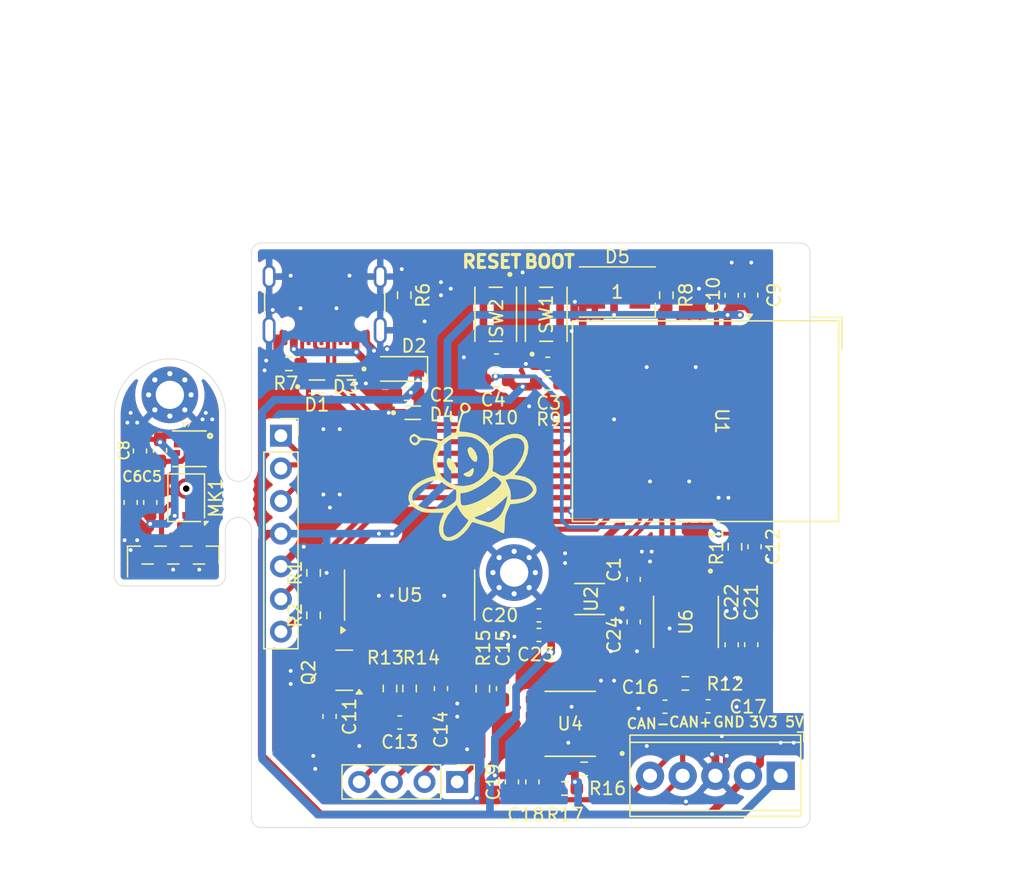
<source format=kicad_pcb>
(kicad_pcb (version 20240108) (generator "pcbnew") (generator_version "8.0")
  (layers (0 "F.Cu" signal) (31 "B.Cu" signal) (34 "B.Paste" user) (35 "F.Paste" user) (36 "B.SilkS" user "B.Silkscreen") (37 "F.SilkS" user "F.Silkscreen") (38 "B.Mask" user) (39 "F.Mask" user) (44 "Edge.Cuts" user))
  (net 0 "")
  (net 1 "VCC_5V")
  (net 2 "GND_OUT")
  (net 3 "GPIO0")
  (net 4 "CHIP_PU")
  (net 5 "ESP_3V3")
  (net 6 "Net-(J4-Pin_4)")
  (net 7 "Net-(J4-Pin_3)")
  (net 8 "Net-(U5-VBG)")
  (net 9 "Net-(J4-Pin_2)")
  (net 10 "Net-(J4-Pin_1)")
  (net 11 "CAN-")
  (net 12 "CAN+")
  (net 13 "D+")
  (net 14 "Net-(D2-A)")
  (net 15 "D-")
  (net 16 "Net-(D5-DIN)")
  (net 18 "Net-(J1-CC1)")
  (net 21 "Net-(J1-CC2)")
  (net 22 "I2S_WS")
  (net 23 "I2S_SCK")
  (net 24 "I2S_SD")
  (net 25 "SCL_ESP")
  (net 26 "SDA_ESP")
  (net 27 "I2C_SCL_LINE")
  (net 28 "I2C_SDA_LINE")
  (net 29 "RGB")
  (net 30 "I2C_SDA")
  (net 32 "HX711_DO")
  (net 33 "TX_CAN")
  (net 38 "RX_CAN")
  (net 48 "HX711_SCK")
  (net 49 "I2C_SCK")
  (net 54 "Net-(Q2-B)")
  (net 55 "Net-(U5-INA-)")
  (net 56 "Net-(U5-VFB)")
  (footprint "Connector_PinSocket_2.54mm:PinSocket_1x07_P2.54mm_Vertical" (layer "F.Cu") (at 34.798 52.324)
    (property "Reference" "J3" (hide yes))
    (property "Value" "Conn_01x07_Socket")
  )
  (footprint "Capacitor_SMD:C_0603_1608Metric_Pad1.08x0.95mm_HandSolder" (layer "F.Cu") (at 68.026 73.3655)
    (property "Reference" "C17")
    (property "Value" "30pF")
  )
  (footprint "Capacitor_SMD:C_0603_1608Metric_Pad1.08x0.95mm_HandSolder" (layer "F.Cu") (at 62.23 63.5 -90)
    (property "Reference" "C1")
    (property "Value" "100nF")
  )
  (footprint "Capacitor_SMD:C_0603_1608Metric_Pad1.08x0.95mm_HandSolder" (layer "F.Cu") (at 52.07 71.9975 -90)
    (property "Reference" "C15")
    (property "Value" "u1F")
  )
  (footprint "Capacitor_SMD:C_0603_1608Metric_Pad1.08x0.95mm_HandSolder" (layer "F.Cu") (at 55.55 46.736 180)
    (property "Reference" "C3")
    (property "Value" "100nF")
  )
  (footprint "Capacitor_SMD:C_0603_1608Metric_Pad1.08x0.95mm_HandSolder" (layer "F.Cu") (at 52.762 79.248 -90)
    (property "Reference" "C19")
    (property "Value" "100nF")
  )
  (footprint "Resistor_SMD:R_0603_1608Metric_Pad0.98x0.95mm_HandSolder" (layer "F.Cu") (at 44.39 41.4 90)
    (property "Reference" "R6")
    (property "Value" "5k1")
  )
  (footprint "Capacitor_SMD:C_0603_1608Metric_Pad1.08x0.95mm_HandSolder" (layer "F.Cu") (at 23.114 57.5121 -90)
    (property "Reference" "C6")
    (property "Value" "1uF")
  )
  (footprint "Connector_USB:USB_C_Receptacle_GCT_USB4105-xx-A_16P_TopMnt_Horizontal" (layer "F.Cu") (at 38.202 41.024 180)
    (property "Reference" "J1" (hide yes))
    (property "Value" "USB_C_Receptacle_USB2.0_16P")
  )
  (footprint "Capacitor_SMD:C_0603_1608Metric_Pad1.08x0.95mm_HandSolder" (layer "F.Cu") (at 51.562 46.482)
    (property "Reference" "C4")
    (property "Value" "100nF")
  )
  (footprint "Capacitor_SMD:C_0603_1608Metric_Pad1.08x0.95mm_HandSolder" (layer "F.Cu") (at 23.838 53.508 -90)
    (property "Reference" "C8")
    (property "Value" "1uF")
  )
  (footprint "Capacitor_SMD:C_0603_1608Metric_Pad1.08x0.95mm_HandSolder" (layer "F.Cu") (at 71.374 68.58 -90)
    (property "Reference" "C21")
    (property "Value" "100nF")
  )
  (footprint "Package_TO_SOT_SMD:SOT-23" (layer "F.Cu") (at 39.725 70.562 180)
    (property "Reference" "Q2")
    (property "Value" "PNP")
  )
  (footprint "TCA9406DCUR:SOP50P310X90-8N" (layer "F.Cu") (at 58.801 65.024 180)
    (property "Reference" "U2")
    (property "Value" "TCA9406DC")
  )
  (footprint "" (layer "F.Cu") (at 32.258 58.42 90)
    (property "Reference" "")
    (property "Value" "")
  )
  (footprint "TerminalBlock_Phoenix:TerminalBlock_Phoenix_MPT-0,5-5-2.54_1x05_P2.54mm_Horizontal" (layer "F.Cu") (at 73.66 78.77 180)
    (property "Reference" "J2" (hide yes))
    (property "Value" "Conn_01x05_Pin")
  )
  (footprint "" (layer "F.Cu") (at 30.734 56.884 90)
    (property "Reference" "")
    (property "Value" "")
  )
  (footprint "Resistor_SMD:R_0603_1608Metric_Pad0.98x0.95mm_HandSolder" (layer "F.Cu") (at 66.248 71.5875 180)
    (property "Reference" "R12")
    (property "Value" "120")
  )
  (footprint "Capacitor_SMD:C_0603_1608Metric_Pad1.08x0.95mm_HandSolder" (layer "F.Cu") (at 54.356 79.248 -90)
    (property "Reference" "C18")
    (property "Value" "1uf")
  )
  (footprint "Connector_PinHeader_2.54mm:PinHeader_1x04_P2.54mm_Vertical" (layer "F.Cu") (at 48.504 79.248 -90)
    (property "Reference" "J4" (hide yes))
    (property "Value" "Conn_01x04_Socket")
  )
  (footprint "Sensor_Audio:InvenSense_ICS-43434-6_3.5x2.65mm" (layer "F.Cu") (at 27.432 57.15 180)
    (property "Reference" "MK1")
    (property "Value" "ICS-43434")
  )
  (footprint "Resistor_SMD:R_0603_1608Metric_Pad0.98x0.95mm_HandSolder" (layer "F.Cu") (at 56.896 79.756)
    (property "Reference" "R17")
    (property "Value" "R")
  )
  (footprint "Connector_PinHeader_1.00mm:PinHeader_1x07_P1.00mm_Vertical_SMD_Pin1Left" (layer "F.Cu") (at 26.432 61.609 90)
    (property "Reference" "J5" (hide yes))
    (property "Value" "Conn_01x07_Socket")
  )
  (footprint "" (layer "F.Cu") (at 30.734 58.42 90)
    (property "Reference" "")
    (property "Value" "")
  )
  (footprint "Capacitor_SMD:C_0603_1608Metric_Pad1.08x0.95mm_HandSolder" (layer "F.Cu") (at 64.66 73.4 180)
    (property "Reference" "C16")
    (property "Value" "30pF")
  )
  (footprint "P82B715D:SOIC127P599X175-8N" (layer "F.Cu") (at 57.295 74.73 180)
    (property "Reference" "U4")
    (property "Value" "P82B715D")
  )
  (footprint "Resistor_SMD:R_0603_1608Metric_Pad0.98x0.95mm_HandSolder" (layer "F.Cu") (at 35.42 46.736 180)
    (property "Reference" "R7")
    (property "Value" "5k1")
  )
  (footprint "PTS810_SJM_250_SMTR_LFS:SW_PTS810_SJM_250_SMTR_LFS" (layer "F.Cu") (at 55.431 42.883 90)
    (property "Reference" "SW1")
    (property "Value" "PTS810_SJM_250_SMTR_LFS")
  )
  (footprint "Resistor_SMD:R_0603_1608Metric_Pad0.98x0.95mm_HandSolder" (layer "F.Cu") (at 37.338 62.992 90)
    (property "Reference" "R1")
    (property "Value" "4k7")
  )
  (footprint "Package_SO:SOP-16_3.9x9.9mm_P1.27mm" (layer "F.Cu") (at 44.805 64.72 90)
    (property "Reference" "U5")
    (property "Value" "HX711")
  )
  (footprint "RF_Module:ESP32-S2-MINI-1" (layer "F.Cu") (at 67.818 51.196 -90)
    (property "Reference" "U1")
    (property "Value" "ESP32-S3-MINI-1")
  )
  (footprint "Capacitor_SMD:C_0603_1608Metric_Pad1.08x0.95mm_HandSolder" (layer "F.Cu") (at 47.244 71.99 -90)
    (property "Reference" "C14")
    (property "Value" "1uF")
  )
  (footprint "" (layer "F.Cu") (at 30.734 57.658 90)
    (property "Reference" "")
    (property "Value" "")
  )
  (footprint "LOGO" (layer "F.Cu") (at 49.657 55.118)
    (property "Reference" "G***" (hide yes))
    (property "Value" "LOGO" (hide yes))
  )
  (footprint "Capacitor_SMD:C_0603_1608Metric_Pad1.08x0.95mm_HandSolder" (layer "F.Cu") (at 44.552596 49.06638 180)
    (property "Reference" "C2")
    (property "Value" "10uf")
  )
  (footprint "Resistor_SMD:R_0603_1608Metric_Pad0.98x0.95mm_HandSolder" (layer "F.Cu") (at 70.104 60.96 90)
    (property "Reference" "R11")
    (property "Value" "10k")
  )
  (footprint "Resistor_SMD:R_0603_1608Metric_Pad0.98x0.95mm_HandSolder" (layer "F.Cu") (at 64.77 41.402 90)
    (property "Reference" "R8")
    (property "Value" "0R")
  )
  (footprint "Capacitor_SMD:C_0603_1608Metric_Pad1.08x0.95mm_HandSolder" (layer "F.Cu") (at 44.043 74.626)
    (property "Reference" "C13")
    (property "Value" "1uF")
  )
  (footprint "MountingHole:MountingHole_2.2mm_M2_Pad_Via" (layer "F.Cu") (at 26.162 49.149)
    (property "Reference" "H2" (hide yes))
    (property "Value" "MountingHole_Pad_MP")
  )
  (footprint "SN65HVD230:SOIC127P599X175-8N" (layer "F.Cu") (at 66.294 66.802 -90)
    (property "Reference" "U6")
    (property "Value" "SN65HVD230")
  )
  (footprint "" (layer "F.Cu") (at 32.234 56.134 90)
    (property "Reference" "")
    (property "Value" "")
  )
  (footprint "Diode_SMD:Nexperia_CFP3_SOD-123W" (layer "F.Cu") (at 43.942 47.13 180)
    (property "Reference" "D2")
    (property "Value" "1N5819")
  )
  (footprint "Capacitor_SMD:C_0603_1608Metric_Pad1.08x0.95mm_HandSolder" (layer "F.Cu") (at 71.374 41.402 90)
    (property "Reference" "C9")
    (property "Value" "100nF")
  )
  (footprint "LESD5D5.0CT1G:TVS_LESD5D5.0CT1G" (layer "F.Cu") (at 39.762553 47.133701 180)
    (property "Reference" "D3")
    (property "Value" "LESD5D5.0CT1G")
  )
  (footprint "Resistor_SMD:R_0603_1608Metric_Pad0.98x0.95mm_HandSolder" (layer "F.Cu") (at 37.338 66.294 90)
    (property "Reference" "R2")
    (property "Value" "4k7")
  )
  (footprint "Capacitor_SMD:C_0603_1608Metric_Pad1.08x0.95mm_HandSolder" (layer "F.Cu") (at 69.85 68.58 -90)
    (property "Reference" "C22")
    (property "Value" "1uF")
  )
  (footprint "Resistor_SMD:R_0603_1608Metric_Pad0.98x0.95mm_HandSolder" (layer "F.Cu") (at 50.502 71.9975 90)
    (property "Reference" "R15")
    (property "Value" "1k")
  )
  (footprint "Resistor_SMD:R_0603_1608Metric_Pad0.98x0.95mm_HandSolder" (layer "F.Cu") (at 43.281 71.9825 90)
    (property "Reference" "R13")
    (property "Value" "20k")
  )
  (footprint "Capacitor_SMD:C_0603_1608Metric_Pad1.08x0.95mm_HandSolder" (layer "F.Cu") (at 24.638 57.5121 -90)
    (property "Reference" "C5")
    (property "Value" "100nF")
  )
  (footprint "Capacitor_SMD:C_0603_1608Metric_Pad1.08x0.95mm_HandSolder" (layer "F.Cu") (at 54.864 66.294 180)
    (property "Reference" "C20")
    (property "Value" "u1F")
  )
  (footprint "" (layer "F.Cu") (at 32.234 57.634 90)
    (property "Reference" "")
    (property "Value" "")
  )
  (footprint "Resistor_SMD:R_0603_1608Metric_Pad0.98x0.95mm_HandSolder" (layer "F.Cu") (at 55.55 48.26)
    (property "Reference" "R9")
    (property "Value" "10k")
  )
  (footprint "Resistor_SMD:R_0603_1608Metric_Pad0.98x0.95mm_HandSolder" (layer "F.Cu") (at 44.805 71.9825 90)
    (property "Reference" "R14")
    (property "Value" "8k2")
  )
  (footprint "Capacitor_SMD:C_0603_1608Metric_Pad1.08x0.95mm_HandSolder" (layer "F.Cu") (at 38.582 74.158 -90)
    (property "Reference" "C11")
    (property "Value" "1uF")
  )
  (footprint "PTS810_SJM_250_SMTR_LFS:SW_PTS810_SJM_250_SMTR_LFS" (layer "F.Cu") (at 51.503 42.883 -90)
    (property "Reference" "SW2")
    (property "Value" "PTS810_SJM_250_SMTR_LFS")
  )
  (footprint "" (layer "F.Cu") (at 32.234 56.884 90)
    (property "Reference" "")
    (property "Value" "")
  )
  (footprint "" (layer "F.Cu") (at 30.734 56.134 90)
    (property "Reference" "")
    (property "Value" "")
  )
  (footprint "LED_SMD:LED_SK6812MINI_PLCC4_3.5x3.5mm_P1.75mm" (layer "F.Cu") (at 60.96 41.148)
    (property "Reference" "D5")
    (property "Value" "SK6812MINI")
  )
  (footprint "Capacitor_SMD:C_0603_1608Metric_Pad1.08x0.95mm_HandSolder" (layer "F.Cu") (at 25.4 53.467 -90)
    (property "Reference" "C7" (hide yes))
    (property "Value" "100nF")
  )
  (footprint "LESD5D5.0CT1G:TVS_LESD5D5.0CT1G" (layer "F.Cu") (at 45.048938 50.539396)
    (property "Reference" "D4")
    (property "Value" "LESD5D5.0CT1G")
  )
  (footprint "BME280:PSON65P250X250X100-8N" (layer "F.Cu") (at 27.686 53.34)
    (property "Reference" "U7")
    (property "Value" "BME280")
  )
  (footprint "Resistor_SMD:R_0603_1608Metric_Pad0.98x0.95mm_HandSolder" (layer "F.Cu") (at 58.3775 78.232 180)
    (property "Reference" "R16")
    (property "Value" "R")
  )
  (footprint "Capacitor_SMD:C_0603_1608Metric_Pad1.08x0.95mm_HandSolder" (layer "F.Cu") (at 69.85 41.402 90)
    (property "Reference" "C10")
    (property "Value" "10uf")
  )
  (footprint "Capacitor_SMD:C_0603_1608Metric_Pad1.08x0.95mm_HandSolder" (layer "F.Cu") (at 54.864 67.818)
    (property "Reference" "C23")
    (property "Value" "100nF")
  )
  (footprint "Capacitor_SMD:C_0603_1608Metric_Pad1.08x0.95mm_HandSolder" (layer "F.Cu") (at 62.23 66.802 -90)
    (property "Reference" "C24")
    (property "Value" "u1F")
  )
  (footprint "MountingHole:MountingHole_2.2mm_M2_Pad_Via" (layer "F.Cu") (at 52.935274 62.968274)
    (property "Reference" "H1" (hide yes))
    (property "Value" "MountingHole_Pad_MP")
  )
  (footprint "Resistor_SMD:R_0603_1608Metric_Pad0.98x0.95mm_HandSolder" (layer "F.Cu") (at 51.562 48.006 180)
    (property "Reference" "R10")
    (property "Value" "10k")
  )
  (footprint "Capacitor_SMD:C_0603_1608Metric_Pad1.08x0.95mm_HandSolder" (layer "F.Cu") (at 71.628 60.96 -90)
    (property "Reference" "C12")
    (property "Value" "1uf")
  )
  (footprint "LESD5D5.0CT1G:TVS_LESD5D5.0CT1G" (layer "F.Cu") (at 37.6 48.514)
    (property "Reference" "D1")
    (property "Value" "LESD5D5.0CT1G")
  )
  (gr_line (start 32.512 82.042) (end 32.512 59.69) (stroke (width 0.05)) (layer "Edge.Cuts"))
  (gr_line (start 22.606 64.008) (end 29.718 64.008) (stroke (width 0.05)) (layer "Edge.Cuts"))
  (gr_arc (start 30.48 59.69) (mid 31.496 58.674) (end 32.512 59.69) (stroke (width 0.05)) (layer "Edge.Cuts"))
  (gr_line (start 32.512 54.864) (end 32.512 38.1) (stroke (width 0.05)) (layer "Edge.Cuts"))
  (gr_arc (start 75.946 82.042) (mid 75.722812 82.580812) (end 75.184 82.804) (stroke (width 0.05)) (layer "Edge.Cuts"))
  (gr_line (start 75.184 82.804) (end 33.274 82.804) (stroke (width 0.05)) (layer "Edge.Cuts"))
  (gr_line (start 30.48 59.69) (end 30.48 63.246) (stroke (width 0.05)) (layer "Edge.Cuts"))
  (gr_arc (start 21.844 50.673) (mid 26.162 46.355) (end 30.48 50.673) (stroke (width 0.05)) (layer "Edge.Cuts"))
  (gr_arc (start 22.606 64.008) (mid 22.067188 63.784812) (end 21.844 63.246) (stroke (width 0.05)) (layer "Edge.Cuts"))
  (gr_arc (start 75.184 37.338) (mid 75.722812 37.561188) (end 75.946 38.1) (stroke (width 0.05)) (layer "Edge.Cuts"))
  (gr_arc (start 32.512 54.864) (mid 31.496 55.88) (end 30.48 54.864) (stroke (width 0.05)) (layer "Edge.Cuts"))
  (gr_arc (start 33.274 82.804) (mid 32.735188 82.580812) (end 32.512 82.042) (stroke (width 0.05)) (layer "Edge.Cuts"))
  (gr_line (start 75.946 38.1) (end 75.946 82.042) (stroke (width 0.05)) (layer "Edge.Cuts"))
  (gr_line (start 30.48 54.864) (end 30.48 50.673) (stroke (width 0.05)) (layer "Edge.Cuts"))
  (gr_line (start 33.274 37.338) (end 75.184 37.338) (stroke (width 0.05)) (layer "Edge.Cuts"))
  (gr_arc (start 32.512 38.1) (mid 32.735188 37.561188) (end 33.274 37.338) (stroke (width 0.05)) (layer "Edge.Cuts"))
  (gr_arc (start 30.48 63.246) (mid 30.256812 63.784812) (end 29.718 64.008) (stroke (width 0.05)) (layer "Edge.Cuts"))
  (gr_line (start 21.844 50.673) (end 21.844 63.246) (stroke (width 0.05)) (layer "Edge.Cuts"))
  (gr_text "CAN+" (at 64.897 75.057 0) (layer "F.SilkS") (effects (font (size 0.8 0.8) (thickness 0.15) (bold yes)) (justify left bottom)))
  (gr_text "3V3" (at 71.12 75.057 0) (layer "F.SilkS") (effects (font (size 0.8 0.8) (thickness 0.15) (bold yes)) (justify left bottom)))
  (gr_text "BOOT" (at 53.594 39.37 0) (layer "F.SilkS") (effects (font (size 1 1) (thickness 0.25) (bold yes)) (justify left bottom)))
  (gr_text "GND" (at 68.326 75.057 0) (layer "F.SilkS") (effects (font (size 0.8 0.8) (thickness 0.15) (bold yes)) (justify left bottom)))
  (gr_text "CAN-" (at 61.595 75.184 0) (layer "F.SilkS") (effects (font (size 0.8 0.8) (thickness 0.15) (bold yes)) (justify left bottom)))
  (gr_text "RESET" (at 48.768 39.37 0) (layer "F.SilkS") (effects (font (size 1 1) (thickness 0.25) (bold yes)) (justify left bottom)))
  (gr_text "5V" (at 73.914 75.057 0) (layer "F.SilkS") (effects (font (size 0.8 0.8) (thickness 0.15) (bold yes)) (justify left bottom)))
  (segment (start 44.903 48.967) (end 45.315716 48.967) (width 0.6) (layer "F.Cu") (net 1))
  (segment (start 45.315716 48.967) (end 45.415096 49.06638) (width 0.6) (layer "F.Cu") (net 1))
  (segment (start 55.8165 69.1515) (end 55.8165 66.384) (width 0.6) (layer "F.Cu") (net 1))
  (segment (start 57.658 78.425) (end 57.465 78.232) (width 0.6) (layer "F.Cu") (net 1))
  (segment (start 51.435 78.74) (end 52.4075 78.74) (width 0.6) (layer "F.Cu") (net 1))
  (segment (start 45.466 49.015476) (end 45.415096 49.06638) (width 0.6) (layer "F.Cu") (net 1))
  (segment (start 45.466 48.006) (end 45.466 49.015476) (width 0.6) (layer "F.Cu") (net 1))
  (segment (start 57.658 79.6055) (end 57.8085 79.756) (width 0.6) (layer "F.Cu") (net 1))
  (segment (start 45.466 48.006) (end 45.466 47.254) (width 0.6) (layer "F.Cu") (net 1))
  (segment (start 54.356 77.104) (end 54.825 76.635) (width 0.6) (layer "F.Cu") (net 1))
  (segment (start 57.658 79.248) (end 57.658 78.425) (width 0.6) (layer "F.Cu") (net 1))
  (segment (start 52.4075 78.74) (end 52.762 78.3855) (width 0.6) (layer "F.Cu") (net 1))
  (segment (start 45.415096 50.245554) (end 45.708938 50.539396) (width 0.6) (layer "F.Cu") (net 1))
  (segment (start 57.658 79.248) (end 57.658 79.6055) (width 0.6) (layer "F.Cu") (net 1))
  (segment (start 55.8165 66.384) (end 55.7265 66.294) (width 0.6) (layer "F.Cu") (net 1))
  (segment (start 55.7265 66.294) (end 55.7265 66.27236) (width 0.3) (layer "F.Cu") (net 1))
  (segment (start 45.415096 49.06638) (end 45.415096 50.245554) (width 0.6) (layer "F.Cu") (net 1))
  (segment (start 52.762 78.3855) (end 54.356 78.3855) (width 0.6) (layer "F.Cu") (net 1))
  (segment (start 45.466 47.254) (end 45.342 47.13) (width 0.6) (layer "F.Cu") (net 1))
  (segment (start 54.356 78.3855) (end 54.356 77.104) (width 0.6) (layer "F.Cu") (net 1))
  (segment (start 56.72486 65.274) (end 57.396 65.274) (width 0.3) (layer "F.Cu") (net 1))
  (segment (start 55.7265 66.27236) (end 56.72486 65.274) (width 0.3) (layer "F.Cu") (net 1))
  (via (at 57.658 79.248) (size 0.6) (drill 0.3) (layers "F.Cu" "B.Cu") (net 1))
  (via (at 45.466 48.006) (size 0.6) (drill 0.3) (layers "F.Cu" "B.Cu") (net 1))
  (via (at 44.903 48.967) (size 0.6) (drill 0.3) (layers "F.Cu" "B.Cu") (net 1))
  (via (at 55.8165 69.1515) (size 0.6) (drill 0.3) (layers "F.Cu" "B.Cu") (net 1))
  (via (at 51.435 78.74) (size 0.6) (drill 0.3) (layers "F.Cu" "B.Cu") (net 1))
  (segment (start 51.435 78.74) (end 51.054 79.121) (width 0.6) (layer "B.Cu") (net 1))
  (segment (start 57.912 79.248) (end 57.658 79.248) (width 0.6) (layer "B.Cu") (net 1))
  (segment (start 55.8165 69.1515) (end 53.086 71.882) (width 0.6) (layer "B.Cu") (net 1))
  (segment (start 33.34 77.47) (end 37.658 81.788) (width 0.6) (layer "B.Cu") (net 1))
  (segment (start 51.435 75.819) (end 51.435 78.74) (width 0.6) (layer "B.Cu") (net 1))
  (segment (start 58.674 81.788) (end 57.912 81.026) (width 0.6) (layer "B.Cu") (net 1))
  (segment (start 34.29 49.53) (end 33.34 50.48) (width 0.6) (layer "B.Cu") (net 1))
  (segment (start 51.054 79.121) (end 51.054 81.788) (width 0.6) (layer "B.Cu") (net 1))
  (segment (start 45.466 48.006) (end 45.466 48.404) (width 0.6) (layer "B.Cu") (net 1))
  (segment (start 57.912 81.026) (end 57.912 80.01) (width 0.6) (layer "B.Cu") (net 1))
  (segment (start 44.34 49.53) (end 34.29 49.53) (width 0.6) (layer "B.Cu") (net 1))
  (segment (start 37.658 81.788) (end 51.054 81.788) (width 0.6) (layer "B.Cu") (net 1))
  (segment (start 51.054 81.788) (end 69.977 81.788) (width 0.6) (layer "B.Cu") (net 1))
  (segment (start 70.642 81.788) (end 73.66 78.77) (width 0.6) (layer "B.Cu") (net 1))
  (segment (start 33.34 50.48) (end 33.34 77.47) (width 0.6) (layer "B.Cu") (net 1))
  (segment (start 57.912 80.01) (end 57.912 79.248) (width 0.6) (layer "B.Cu") (net 1))
  (segment (start 69.977 81.788) (end 58.674 81.788) (width 0.6) (layer "B.Cu") (net 1))
  (segment (start 53.086 74.168) (end 51.435 75.819) (width 0.6) (layer "B.Cu") (net 1))
  (segment (start 53.086 71.882) (end 53.086 74.168) (width 0.6) (layer "B.Cu") (net 1))
  (segment (start 69.977 81.788) (end 70.642 81.788) (width 0.6) (layer "B.Cu") (net 1))
  (segment (start 44.903 48.967) (end 44.34 49.53) (width 0.6) (layer "B.Cu") (net 1))
  (segment (start 45.466 48.404) (end 44.903 48.967) (width 0.6) (layer "B.Cu") (net 1))
  (segment (start 67.432807 65.959436) (end 66.929 65.455629) (width 0.6) (layer "F.Cu") (net 2))
  (segment (start 43.18 50.546) (end 43.18 49.784) (width 0.6) (layer "F.Cu") (net 2))
  (segment (start 23.114 61.214) (end 23.114 60.96) (width 0.6) (layer "F.Cu") (net 2))
  (segment (start 54.6875 46.736) (end 52.6785 46.736) (width 0.6) (layer "F.Cu") (net 2))
  (segment (start 24.638 56.6496) (end 26.4224 56.6496) (width 0.6) (layer "F.Cu") (net 2))
  (segment (start 27.432 53.376706) (end 27.432 53.953294) (width 0.4) (layer "F.Cu") (net 2))
  (segment (start 71.374 69.4425) (end 69.85 69.4425) (width 0.6) (layer "F.Cu") (net 2))
  (segment (start 71.374 40.5395) (end 69.85 40.5395) (width 0.6) (layer "F.Cu") (net 2))
  (segment (start 26.716 54.315) (end 25.4145 54.315) (width 0.4) (layer "F.Cu") (net 2))
  (segment (start 27.432 53.953294) (end 27.070294 54.315) (width 0.4) (layer "F.Cu") (net 2))
  (segment (start 44.382334 50.546) (end 44.388938 50.539396) (width 0.6) (layer "F.Cu") (net 2))
  (segment (start 59.097 41.91) (end 59.21 42.023) (width 0.6) (layer "F.Cu") (net 2))
  (segment (start 41.656 48.26) (end 42.456 49.06) (width 0.6) (layer "F.Cu") (net 2))
  (segment (start 69.469 77.216) (end 69.469 77.881) (width 0.6) (layer "F.Cu") (net 2))
  (segment (start 50.4455 80.1105) (end 54.356 80.1105) (width 0.6) (layer "F.Cu") (net 2))
  (segment (start 69.85 70.79) (end 69.39 71.25) (width 0.6) (layer "F.Cu") (net 2))
  (segment (start 23.114 60.96) (end 23.622 60.452) (width 0.6) (layer "F.Cu") (net 2))
  (segment (start 68.58 78.77) (end 68.58 77.343) (width 0.6) (layer "F.Cu") (net 2))
  (segment (start 41.402 48.26) (end 41.656 48.26) (width 0.6) (layer "F.Cu") (net 2))
  (segment (start 50.038 80.518) (end 50.4455 80.1105) (width 0.6) (layer "F.Cu") (net 2))
  (segment (start 43.18 50.546) (end 44.382334 50.546) (width 0.6) (layer "F.Cu") (net 2))
  (segment (start 70.368 44.196) (end 72.268 44.196) (width 0.6) (layer "F.Cu") (net 2))
  (segment (start 69.596 58.118) (end 69.518 58.196) (width 0.6) (layer "F.Cu") (net 2))
  (segment (start 57.658 41.91) (end 58.166 41.91) (width 0.6) (layer "F.Cu") (net 2))
  (segment (start 23.114 56.6496) (end 23.114 55.2956) (width 0.6) (layer "F.Cu") (net 2))
  (segment (start 69.469 77.881) (end 68.58 78.77) (width 0.6) (layer "F.Cu") (net 2))
  (segment (start 25.4145 54.315) (end 25.4 54.3295) (width 0.4) (layer "F.Cu") (net 2))
  (segment (start 58.268 44.196) (end 58.268 42.012) (width 0.6) (layer "F.Cu") (net 2))
  (segment (start 28.656 51.1) (end 28.656 52.365) (width 0.4) (layer "F.Cu") (net 2))
  (segment (start 40.64 48.26) (end 41.402 48.26) (width 0.6) (layer "F.Cu") (net 2))
  (segment (start 69.85 69.4425) (end 69.85 70.79) (width 0.6) (layer "F.Cu") (net 2))
  (segment (start 36.576 60.96) (end 36.322 60.96) (width 0.6) (layer "F.Cu") (net 2))
  (segment (start 23.432 62.484) (end 23.432 61.532) (width 0.6) (layer "F.Cu") (net 2))
  (segment (start 40.422553 47.133701) (end 40.422553 48.042553) (width 0.6) (layer "F.Cu") (net 2))
  (segment (start 54.356 40.808) (end 54.356 44.958) (width 0.6) (layer "F.Cu") (net 2))
  (segment (start 72.349 41.5145) (end 71.374 40.5395) (width 0.6) (layer "F.Cu") (net 2))
  (segment (start 72.644 61.976) (end 71.7815 61.976) (width 0.6) (layer "F.Cu") (net 2))
  (segment (start 54.6875 45.2895) (end 54.356 44.958) (width 0.6) (layer "F.Cu") (net 2))
  (segment (start 68.834 58.03) (end 68.668 58.196) (width 0.6) (layer "F.Cu") (net 2))
  (segment (start 54.6875 46.736) (end 54.6875 45.2895) (width 0.6) (layer "F.Cu") (net 2))
  (segment (start 25.4326 54.498) (end 25.4 54.5306) (width 0.4) (layer "F.Cu") (net 2))
  (segment (start 52.4245 46.482) (end 52.4245 45.1115) (width 0.6) (layer "F.Cu") (net 2))
  (segment (start 68.929 73.406) (end 68.8885 73.3655) (width 0.6) (layer "F.Cu") (net 2))
  (segment (start 57.404 58.166) (end 58.238 58.166) (width 0.6) (layer "F.Cu") (net 2))
  (segment (start 25.4 54.5306) (end 25.4 55.8876) (width 0.6) (layer "F.Cu") (net 2))
  (segment (start 58.268 44.196) (end 57.404 44.196) (width 0.6) (layer "F.Cu") (net 2))
  (segment (start 43.18 49.784) (end 42.456 49.06) (width 0.6) (layer "F.Cu") (net 2))
  (segment (start 23.114 55.2956) (end 23.838 54.5716) (width 0.6) (layer "F.Cu") (net 2))
  (segment (start 34.5075 46.736) (end 34.5075 45.1985) (width 0.6) (layer "F.Cu") (net 2))
  (segment (start 71.7815 61.976) (end 71.628 61.8225) (width 0.6) (layer "F.Cu") (net 2))
  (segment (start 41.402 44.704) (end 41.402 45.085) (width 0.6) (layer "F.Cu") (net 2))
  (segment (start 23.838 54.5716) (end 25.359 54.5716) (width 0.6) (layer "F.Cu") (net 2))
  (segment (start 23.432 61.532) (end 23.114 61.214) (width 0.6) (layer "F.Cu") (net 2))
  (segment (start 28.332 57.692) (end 28.215371 57.692) (width 0.6) (layer "F.Cu") (net 2))
  (segment (start 62.611 73.533) (end 63.6645 73.533) (width 0.6) (layer "F.Cu") (net 2))
  (segment (start 52.4245 45.1115) (end 52.578 44.958) (width 0.6) (layer "F.Cu") (net 2))
  (segment (start 40.422553 48.042553) (end 40.64 48.26) (width 0.6) (layer "F.Cu") (net 2))
  (segment (start 72.644 61.976) (end 72.644 58.572) (width 0.6) (layer "F.Cu") (net 2))
  (segment (start 27.070294 53.015) (end 27.432 53.376706) (width 0.4) (layer "F.Cu") (net 2))
  (segment (start 58.268 42.012) (end 58.166 41.91) (width 0.6) (layer "F.Cu") (net 2))
  (segment (start 41.402 45.085) (end 42.037 45.72) (width 0.6) (layer "F.Cu") (net 2))
  (segment (start 52.6785 46.736) (end 52.4245 46.482) (width 0.6) (layer "F.Cu") (net 2))
  (segment (start 42.456 49.06) (end 43.0975 49.06) (width 0.6) (layer "F.Cu") (net 2))
  (segment (start 34.5075 46.736) (end 34.036 46.736) (width 0.6) (layer "F.Cu") (net 2))
  (segment (start 34.5075 45.1985) (end 35.002 44.704) (width 0.6) (layer "F.Cu") (net 2))
  (segment (start 72.268 44.196) (end 72.268 58.196) (width 0.6) (layer "F.Cu") (net 2))
  (segment (start 28.702 51.054) (end 28.656 51.1) (width 0.4) (layer "F.Cu") (net 2))
  (segment (start 52.726281 40.940281) (end 52.637 40.851) (width 0.6) (layer "F.Cu") (net 2))
  (segment (start 72.644 58.572) (end 72.268 58.196) (width 0.6) (layer "F.Cu") (net 2))
  (segment (start 26.716 53.015) (end 27.070294 53.015) (width 0.4) (layer "F.Cu") (net 2))
  (segment (start 63.6645 73.533) (end 63.7975 73.4) (width 0.6) (layer "F.Cu") (net 2))
  (segment (start 25.4 55.8876) (end 24.638 56.6496) (width 0.6) (layer "F.Cu") (net 2))
  (segment (start 69.930564 65.959436) (end 67.432807 65.959436) (width 0.6) (layer "F.Cu") (net 2))
  (segment (start 36.322 60.96) (end 34.798 62.484) (width 0.6) (layer "F.Cu") (net 2))
  (segment (start 52.578 44.958) (end 52.578 40.808) (width 0.6) (layer "F.Cu") (net 2))
  (segment (start 22.644 60.744) (end 23.114 61.214) (width 0.6) (layer "F.Cu") (net 2))
  (segment (start 61.903 72.825) (end 62.611 73.533) (width 0.6) (layer "F.Cu") (net 2))
  (segment (start 68.58 77.343) (end 68.326 77.089) (width 0.6) (layer "F.Cu") (net 2))
  (segment (start 66.929 65.455629) (end 66.929 64.332) (width 0.6) (layer "F.Cu") (net 2))
  (segment (start 72.268 44.196) (end 72.349 44.115) (width 0.6) (layer "F.Cu") (net 2))
  (segment (start 60.87714 65.274) (end 60.206 65.274) (width 0.3) (layer "F.Cu") (net 2))
  (segment (start 26.4224 56.6496) (end 26.632 56.44) (width 0.6) (layer "F.Cu") (net 2))
  (segment (start 23.622 60.452) (end 22.644 60.452) (width 0.6) (layer "F.Cu") (net 2))
  (segment (start 28.215371 57.692) (end 27.763371 57.24) (width 0.6) (layer "F.Cu") (net 2))
  (segment (start 58.166 41.91) (end 59.097 41.91) (width 0.6) (layer "F.Cu") (net 2))
  (segment (start 27.070294 54.315) (end 26.716 54.315) (width 0.4) (layer "F.Cu") (net 2))
  (segment (start 25.359 54.5716) (end 25.4 54.5306) (width 0.6) (layer "F.Cu") (net 2))
  (segment (start 34.036 46.736) (end 33.528 47.244) (width 0.6) (layer "F.Cu") (net 2))
  (segment (start 70.104 65.786) (end 69.930564 65.959436) (width 0.6) (layer "F.Cu") (net 2))
  (segment (start 61.214 66.802) (end 61.214 65.61086) (width 0.3) (layer "F.Cu") (net 2))
  (segment (start 72.349 44.115) (end 72.349 41.5145) (width 0.6) (layer "F.Cu") (net 2))
  (segment (start 59.765 72.825) (end 61.903 72.825) (width 0.6) (layer "F.Cu") (net 2))
  (segment (start 22.644 60.452) (end 22.644 60.744) (width 0.6) (layer "F.Cu") (net 2))
  (segment (start 68.834 57.15) (end 68.834 58.03) (width 0.6) (layer "F.Cu") (net 2))
  (segment (start 69.596 57.15) (end 69.596 58.118) (width 0.6) (layer "F.Cu") (net 2))
  (segment (start 61.214 65.61086) (end 60.87714 65.274) (width 0.3) (layer "F.Cu") (net 2))
  (segment (start 70.231 73.406) (end 68.929 73.406) (width 0.6) (layer "F.Cu") (net 2))
  (segment (start 58.238 58.166) (end 58.268 58.196) (width 0.6) (layer "F.Cu") (net 2))
  (segment (start 24.638 56.6496) (end 23.114 56.6496) (width 0.6) (layer "F.Cu") (net 2))
  (via (at 70.104 65.786) (size 0.6) (drill 0.3) (layers "F.Cu" "B.Cu") (net 2))
  (via (at 70.231 73.406) (size 0.6) (drill 0.3) (layers "F.Cu" "B.Cu") (net 2))
  (via (at 47.244 40.386) (size 0.6) (drill 0.3) (layers "F.Cu" "B.Cu") (net 2))
  (via (at 60.452 69.088) (size 0.6) (drill 0.3) (layers "F.Cu" "B.Cu") (net 2))
  (via (at 48.514 73.152) (size 0.6) (drill 0.3) (layers "F.Cu" "B.Cu") (net 2))
  (via (at 57.404 44.196) (size 0.6) (drill 0.3) (layers "F.Cu" "B.Cu") (net 2))
  (via (at 39.116 42.418) (size 0.6) (drill 0.3) (layers "F.Cu" "B.Cu") (net 2))
  (via (at 39.37 51.816) (size 0.6) (drill 0.3) (layers "F.Cu" "B.Cu") (net 2))
  (via (at 23.114 61.214) (size 0.6) (drill 0.3) (layers "F.Cu" "B.Cu") (net 2))
  (via (at 44.196 39.37) (size 0.6) (drill 0.3) (layers "F.Cu" "B.Cu") (net 2))
  (via (at 66.294 80.772) (size 0.6) (drill 0.3) (layers "F.Cu" "B.Cu") (net 2))
  (via (at 42.037 45.72) (size 0.6) (drill 0.3) (layers "F.Cu" "B.Cu") (net 2))
  (via (at 41.402 48.26) (size 0.6) (drill 0.3) (layers "F.Cu" "B.Cu") (net 2))
  (via (at 66.548 55.88) (size 0.6) (drill 0.3) (layers "F.Cu" "B.Cu") (net 2))
  (via (at 40.132 39.878) (size 0.6) (drill 0.3) (layers "F.Cu" "B.Cu") (net 2))
  (via (at 26.416 62.738) (size 0.6) (drill 0.3) (layers "F.Cu" "B.Cu") (net 2))
  (via (at 70.33 71.22) (size 0.6) (drill 0.3) (layers "F.Cu" "B.Cu") (net 2))
  (via (at 23.114 50.546) (size 0.6) (drill 0.3) (layers "F.Cu" "B.Cu") (net 2))
  (via (at 63.246 46.99) (size 0.6) (drill 0.3) (layers "F.Cu" "B.Cu") (net 2))
  (via (at 63.246 76.454) (size 0.6) (drill 0.3) (layers "F.Cu" "B.Cu") (net 2))
  (via (at 54.102 50.038) (size 0.6) (drill 0.3) (layers "F.Cu" "B.Cu") (net 2))
  (via (at 36.576 60.96) (size 0.6) (drill 0.3) (layers "F.Cu" "B.Cu") (net 2))
  (via (at 45.974 43.434) (size 0.6) (drill 0.3) (layers "F.Cu" "B.Cu") (net 2))
  (via (at 52.07 67.818) (size 0.6) (drill 0.3) (layers "F.Cu" "B.Cu") (net 2))
  (via (at 49.276 76.708) (size 0.6) (drill 0.3) (layers "F.Cu" "B.Cu") (net 2))
  (via (at 56.896 61.468) (size 0.6) (drill 0.3) (layers "F.Cu" "B.Cu") (net 2))
  (via (at 60.706 51.054) (size 0.6) (drill 0.3) (layers "F.Cu" "B.Cu") (net 2))
  (via (at 23.622 60.452) (size 0.6) (drill 0.3) (layers "F.Cu" "B.Cu") (net 2))
  (via (at 56.896 62.23) (size 0.6) (drill 0.3) (layers "F.Cu" "B.Cu") (net 2))
  (via (at 22.86 51.308) (size 0.6) (drill 0.3) (layers "F.Cu" "B.Cu") (net 2))
  (via (at 38.1 56.896) (size 0.6) (drill 0.3) (layers "F.Cu" "B.Cu") (net 2))
  (via (at 57.404 73.406) (size 0.6) (drill 0.3) (layers "F.Cu" "B.Cu") (net 2))
  (via (at 63.5 62.103) (size 0.6) (drill 0.3) (layers "F.Cu" "B.Cu") (net 2))
  (via (at 33.655 46.482) (size 0.6) (drill 0.3) (layers "F.Cu" "B.Cu") (net 2))
  (via (at 40.64 48.26) (size 0.6) (drill 0.3) (layers "F.Cu" "B.Cu") (net 2))
  (via (at 47.244 41.402) (size 0.6) (drill 0.3) (layers "F.Cu" "B.Cu") (net 2))
  (via (at 57.658 41.91) (size 0.6) (drill 0.3) (layers "F.Cu" "B.Cu") (net 2))
  (via (at 69.596 57.15) (size 0.6) (drill 0.3) (layers "F.Cu" "B.Cu") (net 2))
  (via (at 63.627 61.341) (size 0.6) (drill 0.3) (layers "F.Cu" "B.Cu") (net 2))
  (via (at 37.465 78.232) (size 0.6) (drill 0.3) (layers "F.Cu" "B.Cu") (net 2))
  (via (at 72.644 61.976) (size 0.6) (drill 0.3) (layers "F.Cu" "B.Cu") (net 2))
  (via (at 53.594 39.624) (size 0.6) (drill 0.3) (layers "F.Cu" "B.Cu") (net 2))
  (via (at 50.927 58.039) (size 0.6) (drill 0.3) (layers "F.Cu" "B.Cu") (net 2))
  (via (at 48.514 74.168) (size 0.6) (drill 0.3) (layers "F.Cu" "B.Cu") (net 2))
  (via (at 35.56 39.878) (size 0.6) (drill 0.3) (layers "F.Cu" "B.Cu") (net 2))
  (via (at 39.37 56.896) (size 0.6) (drill 0.3) (layers "F.Cu" "B.Cu") (net 2))
  (via (at 52.959 67.945) (size 0.6) (drill 0.3) (layers "F.Cu" "B.Cu") (net 2))
  (via (at 53.848 46.736) (size 0.6) (drill 0.3) (layers "F.Cu" "B.Cu") (net 2))
  (via (at 28.702 51.054) (size 0.6) (drill 0.3) (layers "F.Cu" "B.Cu") (net 2))
  (via (at 62.865 61.341) (size 0.6) (drill 0.3) (layers "F.Cu" "B.Cu") (net 2))
  (via (at 47.498 64.77) (size 0.6) (drill 0.3) (layers "F.Cu" "B.Cu") (net 2))
  (via (at 43.053 45.593) (size 0.6) (drill 0.3) (layers "F.Cu" "B.Cu") (net 2))
  (via (at 69.469382 65.959436) (size 0.6) (drill 0.3) (layers "F.Cu" "B.Cu") (net 2))
  (via (at 62.611 73.533) (size 0.6) (drill 0.3) (layers "F.Cu" "B.Cu") (net 2))
  (via (at 60.706 71.374) (size 0.6) (drill 0.3) (layers "F.Cu" "B.Cu") (net 2))
  (via (at 22.644 60.452) (size 0.6) (drill 0.3) (layers "F.Cu" "B.Cu") (net 2))
  (via (at 35.56 71.628) (size 0.6) (drill 0.3) (layers "F.Cu" "B.Cu") (net 2))
  (via (at 62.484 69.088) (size 0.6) (drill 0.3) (layers "F.Cu" "B.Cu") (net 2))
  (via (at 57.15 76.2) (size 0.6) (drill 0.3) (layers "F.Cu" "B.Cu") (net 2))
  (via (at 35.56 70.612) (size 0.6) (drill 0.3) (layers "F.Cu" "B.Cu") (net 2))
  (via (at 74.676 76.2) (size 0.6) (drill 0.3) (layers "F.Cu" "B.Cu") (net 2))
  (via (at 36.322 42.418) (size 0.6) (drill 0.3) (layers "F.Cu" "B.Cu") (net 2))
  (via (at 63.5 55.88) (size 0.6) (drill 0.3) (layers "F.Cu" "B.Cu") (net 2))
  (via (at 59.69 71.374) (size 0.6) (drill 0.3) (layers "F.Cu" "B.Cu") (net 2))
  (via (at 69.469 77.216) (size 0.6) (drill 0.3) (layers "F.Cu" "B.Cu") (net 2))
  (via (at 67.056 46.99) (size 0.6) (drill 0.3) (layers "F.Cu" "B.Cu") (net 2))
  (via (at 57.404 58.166) (size 0.6) (drill 0.3) (layers "F.Cu" "B.Cu") (net 2))
  (via (at 38.1 51.816) (size 0.6) (drill 0.3) (layers "F.Cu" "B.Cu") (net 2))
  (via (at 61.214 66.802) (size 0.6) (drill 0.3) (layers "F.Cu" "B.Cu") (net 2))
  (via (at 43.18 50.546) (size 0.6) (drill 0.3) (layers "F.Cu" "B.Cu") (net 2))
  (via (at 50.038 80.518) (size 0.6) (drill 0.3) (layers "F.Cu" "B.Cu") (net 2))
  (via (at 23.622 51.308) (size 0.6) (drill 0.3) (layers "F.Cu" "B.Cu") (net 2))
  (via (at 43.434 64.77) (size 0.6) (drill 0.3) (layers "F.Cu" "B.Cu") (net 2))
  (via (at 68.834 57.15) (size 0.6) (drill 0.3) (layers "F.Cu" "B.Cu") (net 2))
  (via (at 73.66 76.2) (size 0.6) (drill 0.3) (layers "F.Cu" "B.Cu") (net 2))
  (via (at 37.318436 77.221756) (size 0.6) (drill 0.3) (layers "F.Cu" "B.Cu") (net 2))
  (via (at 28.448 62.738) (size 0.6) (drill 0.3) (layers "F.Cu" "B.Cu") (net 2))
  (via (at 38.608 57.912) (size 0.6) (drill 0.3) (layers "F.Cu" "B.Cu") (net 2))
  (via (at 67.31 40.894) (size 0.6) (drill 0.3) (layers "F.Cu" "B.Cu") (net 2))
  (via (at 33.528 47.244) (size 0.6) (drill 0.3) (layers "F.Cu" "B.Cu") (net 2))
  (via (at 71.374 38.862) (size 0.6) (drill 0.3) (layers "F.Cu" "B.Cu") (net 2))
  (via (at 65.024 67.31) (size 0.6) (drill 0.3) (layers "F.Cu" "B.Cu") (net 2))
  (via (at 34.163 42.545) (size 0.6) (drill 0.3) (layers "F.Cu" "B.Cu") (net 2))
  (via (at 52.451 68.58) (size 0.6) (drill 0.3) (layers "F.Cu" "B.Cu") (net 2))
  (via (at 69.85 38.862) (size 0.6) (drill 0.3) (layers "F.Cu" "B.Cu") (net 2))
  (via (at 40.894 76.454) (size 0.6) (drill 0.3) (layers "F.Cu" "B.Cu") (net 2))
  (via (at 69.39 71.25) (size 0.6) (drill 0.3) (layers "F.Cu" "B.Cu") (net 2))
  (via (at 29.464 51.054) (size 0.6) (drill 0.3) (layers "F.Cu" "B.Cu") (net 2))
  (via (at 48.006 40.894) (size 0.6) (drill 0.3) (layers "F.Cu" "B.Cu") (net 2))
  (via (at 42.418 64.77) (size 0.6) (drill 0.3) (layers "F.Cu" "B.Cu") (net 2))
  (via (at 49.022 46.228) (size 0.6) (drill 0.3) (layers "F.Cu" "B.Cu") (net 2))
  (via (at 28.956 50.546) (size 0.6) (drill 0.3) (layers "F.Cu" "B.Cu") (net 2))
  (via (at 69.088 75.692) (size 0.6) (drill 0.3) (layers "F.Cu" "B.Cu") (net 2))
  (via (at 68.326 77.089) (size 0.6) (drill 0.3) (layers "F.Cu" "B.Cu") (net 2))
  (segment (start 56.506 40.808) (end 57.866 39.448) (width 0.4) (layer "F.Cu") (net 3))
  (segment (start 56.506 46.3885) (end 56.4125 46.482) (width 0.6) (layer "F.Cu") (net 3))
  (segment (start 56.4625 48.26) (end 56.4625 46.532) (width 0.6) (layer "F.Cu") (net 3))
  (segment (start 56.506 40.808) (end 56.506 44.958) (width 0.6) (layer "F.Cu") (net 3))
  (segment (start 68.668 40.22) (end 68.668 44.196) (width 0.4) (layer "F.Cu") (net 3))
  (segment (start 56.4625 46.532) (end 56.4125 46.482) (width 0.6) (layer "F.Cu") (net 3))
  (segment (start 56.506 44.958) (end 56.506 46.3885) (width 0.6) (layer "F.Cu") (net 3))
  (segment (start 57.866 39.448) (end 67.896 39.448) (width 0.4) (layer "F.Cu") (net 3))
  (segment (start 67.896 39.448) (end 68.668 40.22) (width 0.4) (layer "F.Cu") (net 3))
  (segment (start 50.6995 46.482) (end 50.546 46.482) (width 0.6) (layer "F.Cu") (net 4))
  (segment (start 51.195818 48.006) (end 50.6495 48.006) (width 0.3) (layer "F.Cu") (net 4))
  (segment (start 71.4605 59.93) (end 71.578 60.0475) (width 0.3) (layer "F.Cu") (net 4))
  (segment (start 50.6495 48.006) (end 50.546 47.9025) (width 0.6) (layer "F.Cu") (net 4))
  (segment (start 50.546 47.9025) (end 50.546 46.482) (width 0.6) (layer "F.Cu") (net 4))
  (segment (start 71.4 58.378) (end 71.218 58.196) (width 0.3) (layer "F.Cu") (net 4))
  (segment (start 50.546 40.926) (end 50.428 40.808) (width 0.6) (layer "F.Cu") (net 4))
  (segment (start 71.578 60.0475) (end 71.628 60.0975) (width 0.6) (layer "F.Cu") (net 4))
  (segment (start 70.2215 59.93) (end 71.4605 59.93) (width 0.3) (layer "F.Cu") (net 4))
  (segment (start 68.834 59.944) (end 70.0005 59.944) (width 0.3) (layer "F.Cu") (net 4))
  (segment (start 70.0005 59.944) (end 70.104 60.0475) (width 0.6) (layer "F.Cu") (net 4))
  (segment (start 50.546 46.482) (end 50.546 40.926) (width 0.6) (layer "F.Cu") (net 4))
  (segment (start 71.628 60.0975) (end 71.4 59.8695) (width 0.3) (layer "F.Cu") (net 4))
  (segment (start 70.104 60.0475) (end 70.2215 59.93) (width 0.3) (layer "F.Cu") (net 4))
  (segment (start 51.487978 47.71384) (end 51.195818 48.006) (width 0.3) (layer "F.Cu") (net 4))
  (segment (start 71.4 59.8695) (end 71.4 58.378) (width 0.3) (layer "F.Cu") (net 4))
  (via (at 51.487978 47.71384) (size 0.6) (drill 0.3) (layers "F.Cu" "B.Cu") (net 4))
  (via (at 68.834 59.944) (size 0.6) (drill 0.3) (layers "F.Cu" "B.Cu") (net 4))
  (segment (start 51.487978 47.71384) (end 51.490374 47.71384) (width 0.6) (layer "B.Cu") (net 4))
  (segment (start 68.326 59.436) (end 57.15 59.436) (width 0.3) (layer "B.Cu") (net 4))
  (segment (start 56.642 49.784) (end 54.572 47.714) (width 0.3) (layer "B.Cu") (net 4))
  (segment (start 68.834 59.944) (end 68.326 59.436) (width 0.3) (layer "B.Cu") (net 4))
  (segment (start 57.15 59.436) (end 56.642 58.928) (width 0.3) (layer "B.Cu") (net 4))
  (segment (start 54.572 47.714) (end 51.490534 47.714) (width 0.3) (layer "B.Cu") (net 4))
  (segment (start 56.642 58.928) (end 56.642 49.784) (width 0.3) (layer "B.Cu") (net 4))
  (segment (start 51.490374 47.71384) (end 51.490534 47.714) (width 0.6) (layer "B.Cu") (net 4))
  (segment (start 66.338 65.995999) (end 66.338001 65.995999) (width 0.6) (layer "F.Cu") (net 5))
  (segment (start 69.85 42.2645) (end 69.518 42.5965) (width 0.6) (layer "F.Cu") (net 5))
  (segment (start 25.6395 52.365) (end 25.4 52.6045) (width 0.4) (layer "F.Cu") (net 5))
  (segment (start 24.638 58.3746) (end 23.114 58.3746) (width 0.6) (layer "F.Cu") (net 5))
  (segment (start 38.7875 68.7925) (end 38.7875 68.656) (width 0.6) (layer "F.Cu") (net 5))
  (segment (start 53.594 48.514) (end 54.3835 48.514) (width 0.6) (layer "F.Cu") (net 5))
  (segment (start 26.716 53.665) (end 26.233 53.665) (width 0.4) (layer "F.Cu") (net 5))
  (segment (start 69.518 42.5965) (end 69.518 42.96) (width 0.6) (layer "F.Cu") (net 5))
  (segment (start 42.418 59.944) (end 43.434 59.944) (width 0.6) (layer "F.Cu") (net 5))
  (segment (start 27.651706 52.365) (end 28.301706 53.015) (width 0.4) (layer "F.Cu") (net 5))
  (segment (start 25.4 52.6045) (end 23.879 52.6045) (width 0.4) (layer "F.Cu") (net 5))
  (segment (start 40.36 67.22) (end 38.7875 68.7925) (width 0.6) (layer "F.Cu") (net 5))
  (segment (start 60.206 64.774) (end 61.98 64.774) (width 0.3) (layer "F.Cu") (net 5))
  (segment (start 72.06 77.83) (end 72.06 77.17) (width 0.6) (layer "F.Cu") (net 5))
  (segment (start 69.538 42.94) (end 69.518 42.96) (width 0.6) (layer "F.Cu") (net 5))
  (segment (start 23.838 52.6455) (end 23.9355 52.548) (width 0.4) (layer "F.Cu") (net 5))
  (segment (start 66.338 65.995999) (end 62.435999 65.995999) (width 0.6) (layer "F.Cu") (net 5))
  (segment (start 69.518 42.96) (end 69.518 44.196) (width 0.6) (layer "F.Cu") (net 5))
  (segment (start 38.7875 73.09) (end 38.582 73.2955) (width 0.6) (layer "F.Cu") (net 5))
  (segment (start 23.879 52.6045) (end 23.838 52.6455) (width 0.4) (layer "F.Cu") (net 5))
  (segment (start 26.716 52.365) (end 25.6395 52.365) (width 0.4) (layer "F.Cu") (net 5))
  (segment (start 26.716 52.365) (end 27.651706 52.365) (width 0.4) (layer "F.Cu") (net 5))
  (segment (start 72.06 77.17) (end 72.644 76.586) (width 0.6) (layer "F.Cu") (net 5))
  (segment (start 38.7875 68.656) (end 37.338 67.2065) (width 0.6) (layer "F.Cu") (net 5))
  (segment (start 71.374 42.2645) (end 69.85 42.2645) (width 0.6) (layer "F.Cu") (net 5))
  (segment (start 57.396 64.774) (end 60.206 64.774) (width 0.3) (layer "F.Cu") (net 5))
  (segment (start 37.884 81.788) (end 68.102 81.788) (width 0.6) (layer "F.Cu") (net 5))
  (segment (start 34.798 59.944) (end 33.782 59.944) (width 0.6) (layer "F.Cu") (net 5))
  (segment (start 72.644 76.586) (end 72.644 68.326) (width 0.6) (layer "F.Cu") (net 5))
  (segment (start 41.636001 59.944) (end 42.418 59.944) (width 0.6) (layer "F.Cu") (net 5))
  (segment (start 38.2505 62.992) (end 37.338 63.9045) (width 0.6) (layer "F.Cu") (net 5))
  (segment (start 62.23 65.79) (end 62.23 65.024) (width 0.6) (layer "F.Cu") (net 5))
  (segment (start 24.638 59.182) (end 24.638 58.3746) (width 0.6) (layer "F.Cu") (net 5))
  (segment (start 26.233 53.665) (end 25.4 52.832) (width 0.4) (layer "F.Cu") (net 5))
  (segment (start 52.9825 48.514) (end 52.4745 48.006) (width 0.6) (layer "F.Cu") (net 5))
  (segment (start 24.432 59.6926) (end 24.432 60.734) (width 0.6) (layer "F.Cu") (net 5))
  (segment (start 65.659 65.316999) (end 66.338 65.995999) (width 0.6) (layer "F.Cu") (net 5))
  (segment (start 38.7875 68.7925) (end 38.7875 70.562) (width 0.6) (layer "F.Cu") (net 5))
  (segment (start 65.659 64.332) (end 65.659 65.316999) (width 0.6) (layer "F.Cu") (net 5))
  (segment (start 70.104 61.8725) (end 70.104 61.885564) (width 0.6) (layer "F.Cu") (net 5))
  (segment (start 40.36 61.220001) (end 41.636001 59.944) (width 0.6) (layer "F.Cu") (net 5))
  (segment (start 60.706 41.902) (end 62.335 40.273) (width 0.6) (layer "F.Cu") (net 5))
  (segment (start 61.98 64.774) (end 62.23 65.024) (width 0.3) (layer "F.Cu") (net 5))
  (segment (start 68.102 81.788) (end 71.12 78.77) (width 0.6) (layer "F.Cu") (net 5))
  (segment (start 23.114 58.3746) (end 24.432 59.6926) (width 0.6) (layer "F.Cu") (net 5))
  (segment (start 54.3835 48.514) (end 54.6375 48.26) (width 0.6) (layer "F.Cu") (net 5))
  (segment (start 70.104 61.885564) (end 71.628 63.409564) (width 0.6) (layer "F.Cu") (net 5))
  (segment (start 62.335 40.273) (end 62.71 40.273) (width 0.6) (layer "F.Cu") (net 5))
  (segment (start 38.354 62.992) (end 38.2505 62.992) (width 0.6) (layer "F.Cu") (net 5))
  (segment (start 66.846 66.503999) (end 66.846001 66.503999) (width 0.6) (layer "F.Cu") (net 5))
  (segment (start 37.338 63.9045) (end 37.4415 63.9045) (width 0.6) (layer "F.Cu") (net 5))
  (segment (start 71.628 63.409564) (end 71.628 67.31) (width 0.6) (layer "F.Cu") (net 5))
  (segment (start 24.432 59.6926) (end 24.638 59.4866) (width 0.6) (layer "F.Cu") (net 5))
  (segment (start 53.594 48.514) (end 52.9825 48.514) (width 0.6) (layer "F.Cu") (net 5))
  (segment (start 67.652001 67.31) (end 71.628 67.31) (width 0.6) (layer "F.Cu") (net 5))
  (segment (start 40.36 62.22) (end 40.36 67.22) (width 0.6) (layer "F.Cu") (net 5))
  (segment (start 28.301706 53.015) (end 28.656 53.015) (width 0.4) (layer "F.Cu") (net 5))
  (segment (start 33.312 60.414) (end 33.312 77.216) (width 0.6) (layer "F.Cu") (net 5))
  (segment (start 62.435999 65.995999) (end 62.23 65.79) (width 0.6) (layer "F.Cu") (net 5))
  (segment (start 71.12 78.77) (end 72.06 77.83) (width 0.6) (layer "F.Cu") (net 5))
  (segment (start 33.782 59.944) (end 33.312 60.414) (width 0.6) (layer "F.Cu") (net 5))
  (segment (start 66.338001 65.995999) (end 66.338001 65.996) (width 0.6) (layer "F.Cu") (net 5))
  (segment (start 66.338001 65.996) (end 66.846 66.503999) (width 0.6) (layer "F.Cu") (net 5))
  (segment (start 69.538 42.94) (end 70.5 42.94) (width 0.6) (layer "F.Cu") (net 5))
  (segment (start 38.7875 70.562) (end 38.7875 73.09) (width 0.6) (layer "F.Cu") (net 5))
  (segment (start 66.846001 66.503999) (end 66.846001 66.504) (width 0.6) (layer "F.Cu") (net 5))
  (segment (start 66.846001 66.504) (end 67.652001 67.31) (width 0.6) (layer "F.Cu") (net 5))
  (segment (start 60.706 42.926) (end 60.706 41.902) (width 0.6) (layer "F.Cu") (net 5))
  (segment (start 33.312 77.216) (end 37.884 81.788) (width 0.6) (layer "F.Cu") (net 5))
  (segment (start 40.36 62.22) (end 40.36 61.220001) (width 0.6) (layer "F.Cu") (net 5))
  (segment (start 62.23 65.024) (end 62.23 64.3625) (width 0.6) (layer "F.Cu") (net 5))
  (segment (start 72.644 68.326) (end 71.628 67.31) (width 0.6) (layer "F.Cu") (net 5))
  (segment (start 24.638 59.4866) (end 24.638 59.182) (width 0.6) (layer "F.Cu") (net 5))
  (segment (start 23.838 52.6455) (end 23.913358 52.6455) (width 0.4) (layer "F.Cu") (net 5))
  (via (at 69.538 42.94) (size 0.6) (drill 0.3) (layers "F.Cu" "B.Cu") (net 5))
  (via (at 42.418 59.944) (size 0.6) (drill 0.3) (layers "F.Cu" "B.Cu") (net 5))
  (via (at 53.594 48.514) (size 0.6) (drill 0.3) (layers "F.Cu" "B.Cu") (net 5))
  (via (at 25.4 52.832) (size 0.6) (drill 0.3) (layers "F.Cu" "B.Cu") (net 5))
  (via (at 60.706 42.926) (size 0.6) (drill 0.3) (layers "F.Cu" "B.Cu") (net 5))
  (via (at 24.638 59.182) (size 0.6) (drill 0.3) (layers "F.Cu" "B.Cu") (net 5))
  (via (at 38.354 62.992) (size 0.6) (drill 0.3) (layers "F.Cu" "B.Cu") (net 5))
  (via (at 70.5 42.94) (size 0.6) (drill 0.3) (layers "F.Cu" "B.Cu") (net 5))
  (via (at 43.434 59.944) (size 0.6) (drill 0.3) (layers "F.Cu" "B.Cu") (net 5))
  (via (at 26.543 58.547) (size 0.6) (drill 0.3) (layers "F.Cu" "B.Cu") (net 5))
  (segment (start 38.354 59.944) (end 38.354 62.992) (width 0.6) (layer "B.Cu") (net 5))
  (segment (start 43.688 59.944) (end 47.752 55.88) (width 0.6) (layer "B.Cu") (net 5))
  (segment (start 49.784 42.926) (end 60.706 42.926) (width 0.6) (layer "B.Cu") (net 5))
  (segment (start 70.476 42.926) (end 70.48 42.93) (width 0.6) (layer "B.Cu") (net 5))
  (segment (start 52.578 49.53) (end 52.705 49.403) (width 0.6) (layer "B.Cu") (net 5))
  (segment (start 52.705 49.403) (end 53.594 48.514) (width 0.6) (layer "B.Cu") (net 5))
  (segment (start 24.638 59.182) (end 25.908 59.182) (width 0.6) (layer "B.Cu") (net 5))
  (segment (start 47.752 44.958) (end 49.784 42.926) (width 0.6) (layer "B.Cu") (net 5))
  (segment (start 47.752 49.53) (end 52.578 49.53) (width 0.6) (layer "B.Cu") (net 5))
  (segment (start 38.354 59.944) (end 43.688 59.944) (width 0.6) (layer "B.Cu") (net 5))
  (segment (start 26.543 53.975) (end 25.4 52.832) (width 0.6) (layer "B.Cu") (net 5))
  (segment (start 34.798 59.944) (end 38.354 59.944) (width 0.6) (layer "B.Cu") (net 5))
  (segment (start 25.908 59.182) (end 26.543 58.547) (width 0.6) (layer "B.Cu") (net 5))
  (segment (start 47.752 55.88) (end 47.752 49.53) (width 0.6) (layer "B.Cu") (net 5))
  (segment (start 60.706 42.926) (end 70.476 42.926) (width 0.6) (layer "B.Cu") (net 5))
  (segment (start 47.752 49.53) (end 47.752 44.958) (width 0.6) (layer "B.Cu") (net 5))
  (segment (start 26.543 58.547) (end 26.543 53.975) (width 0.6) (layer "B.Cu") (net 5))
  (segment (start 43.281 74.5255) (end 43.1805 74.626) (width 0.4) (layer "F.Cu") (net 6))
  (segment (start 42.9 69.2745) (end 40.6625 71.512) (width 0.4) (layer "F.Cu") (net 6))
  (segment (start 42.9 67.22) (end 42.9 69.2745) (width 0.4) (layer "F.Cu") (net 6))
  (segment (start 43.1805 76.9515) (end 40.884 79.248) (width 0.4) (layer "F.Cu") (net 6))
  (segment (start 41.898 71.512) (end 43.281 72.895) (width 0.4) (layer "F.Cu") (net 6))
  (segment (start 43.1805 74.626) (end 43.1805 76.9515) (width 0.4) (layer "F.Cu") (net 6))
  (segment (start 43.281 72.895) (end 43.281 74.5255) (width 0.4) (layer "F.Cu") (net 6))
  (segment (start 40.6625 71.512) (end 41.898 71.512) (width 0.4) (layer "F.Cu") (net 6))
  (segment (start 45.68 72.02) (end 45.68 70.26) (width 0.4) (layer "F.Cu") (net 7))
  (segment (start 45.47 70.05) (end 45.47 67.25) (width 0.4) (layer "F.Cu") (net 7))
  (segment (start 44.805 72.895) (end 47.2015 72.895) (width 0.4) (layer "F.Cu") (net 7))
  (segment (start 45.68 70.26) (end 45.47 70.05) (width 0.4) (layer "F.Cu") (net 7))
  (segment (start 47.2015 72.895) (end 47.244 72.8525) (width 0.4) (layer "F.Cu") (net 7))
  (segment (start 45.47 67.25) (end 45.44 67.22) (width 0.4) (layer "F.Cu") (net 7))
  (segment (start 44.9055 74.626) (end 44.9055 77.7665) (width 0.4) (layer "F.Cu") (net 7))
  (segment (start 44.805 74.5255) (end 44.9055 74.626) (width 0.4) (layer "F.Cu") (net 7))
  (segment (start 44.805 72.895) (end 45.68 72.02) (width 0.4) (layer "F.Cu") (net 7))
  (segment (start 44.805 72.895) (end 44.805 74.5255) (width 0.4) (layer "F.Cu") (net 7))
  (segment (start 44.9055 77.7665) (end 43.424 79.248) (width 0.4) (layer "F.Cu") (net 7))
  (segment (start 46.71 70.5935) (end 47.244 71.1275) (width 0.4) (layer "F.Cu") (net 8))
  (segment (start 46.71 67.22) (end 46.71 70.5935) (width 0.4) (layer "F.Cu") (net 8))
  (segment (start 49.25 67.22) (end 49.25 68.315) (width 0.4) (layer "F.Cu") (net 9))
  (segment (start 51.2325 71.9725) (end 50.043858 71.9725) (width 0.4) (layer "F.Cu") (net 9))
  (segment (start 50.043858 71.9725) (end 49.627 72.389358) (width 0.4) (layer "F.Cu") (net 9))
  (segment (start 49.25 68.315) (end 52.07 71.135) (width 0.4) (layer "F.Cu") (net 9))
  (segment (start 49.627 74.833) (end 45.964 78.496) (width 0.4) (layer "F.Cu") (net 9))
  (segment (start 49.627 72.389358) (end 49.627 74.833) (width 0.4) (layer "F.Cu") (net 9))
  (segment (start 52.07 71.135) (end 51.2325 71.9725) (width 0.4) (layer "F.Cu") (net 9))
  (segment (start 45.964 78.496) (end 45.964 79.248) (width 0.4) (layer "F.Cu") (net 9))
  (segment (start 50.502 77.25) (end 48.504 79.248) (width 0.4) (layer "F.Cu") (net 10))
  (segment (start 50.502 72.91) (end 50.502 77.25) (width 0.4) (layer "F.Cu") (net 10))
  (segment (start 52.02 72.91) (end 52.07 72.86) (width 0.4) (layer "F.Cu") (net 10))
  (segment (start 50.502 72.91) (end 52.02 72.91) (width 0.4) (layer "F.Cu") (net 10))
  (segment (start 65.969 71.059501) (end 65.969 71.628) (width 0.4) (layer "F.Cu") (net 11))
  (segment (start 58.38 77.594) (end 59.436 78.65) (width 0.4) (layer "F.Cu") (net 11))
  (segment (start 65.969 71.628) (end 65.969 76.301) (width 0.4) (layer "F.Cu") (net 11))
  (segment (start 59.436 79.756) (end 59.69 80.01) (width 0.4) (layer "F.Cu") (net 11))
  (segment (start 59.436 78.65) (end 59.436 79.756) (width 0.4) (layer "F.Cu") (net 11))
  (segment (start 59.69 80.01) (end 62.26 80.01) (width 0.4) (layer "F.Cu") (net 11))
  (segment (start 65.3355 71.5875) (end 65.9285 71.5875) (width 0.4) (layer "F.Cu") (net 11))
  (segment (start 65.969 76.301) (end 63.5 78.77) (width 0.4) (layer "F.Cu") (net 11))
  (segment (start 65.659 69.272) (end 65.659 70.749501) (width 0.4) (layer "F.Cu") (net 11))
  (segment (start 65.9285 71.5875) (end 65.969 71.628) (width 0.4) (layer "F.Cu") (net 11))
  (segment (start 65.659 69.272) (end 65.659 69.609) (width 0.4) (layer "F.Cu") (net 11))
  (segment (start 65.5225 73.4) (end 65.919 73.4) (width 0.6) (layer "F.Cu") (net 11))
  (segment (start 65.659 69.609) (end 65.66 69.61) (width 0.4) (layer "F.Cu") (net 11))
  (segment (start 58.38 75.765001) (end 58.38 77.594) (width 0.4) (layer "F.Cu") (net 11))
  (segment (start 65.659 69.272) (end 65.659 69.622761) (width 0.4) (layer "F.Cu") (net 11))
  (segment (start 62.26 80.01) (end 63.5 78.77) (width 0.4) (layer "F.Cu") (net 11))
  (segment (start 59.765 75.365) (end 58.780001 75.365) (width 0.4) (layer "F.Cu") (net 11))
  (segment (start 58.780001 75.365) (end 58.38 75.765001) (width 0.4) (layer "F.Cu") (net 11))
  (segment (start 65.659 70.749501) (end 65.969 71.059501) (width 0.4) (layer "F.Cu") (net 11))
  (segment (start 66.619 71.628) (end 66.619 76.570239) (width 0.4) (layer "F.Cu") (net 12))
  (segment (start 66.929 69.272) (end 66.929 70.749501) (width 0.4) (layer "F.Cu") (net 12))
  (segment (start 56.21 79.832) (end 57.009 80.631) (width 0.4) (layer "F.Cu") (net 12))
  (segment (start 66.6595 71.5875) (end 66.619 71.628) (width 0.4) (layer "F.Cu") (net 12))
  (segment (start 57.009 80.631) (end 64.179 80.631) (width 0.4) (layer "F.Cu") (net 12))
  (segment (start 67.1635 73.3655) (end 66.719 73.3655) (width 0.6) (layer "F.Cu") (net 12))
  (segment (start 56.21 75.765001) (end 56.21 79.832) (width 0.4) (layer "F.Cu") (net 12))
  (segment (start 66.04 77.149239) (end 66.04 78.77) (width 0.4) (layer "F.Cu") (net 12))
  (segment (start 67.1605 71.5875) (end 66.6595 71.5875) (width 0.4) (layer "F.Cu") (net 12))
  (segment (start 66.619 71.059501) (end 66.619 71.628) (width 0.4) (layer "F.Cu") (net 12))
  (segment (start 55.809999 75.365) (end 56.21 75.765001) (width 0.4) (layer "F.Cu") (net 12))
  (segment (start 66.929 70.749501) (end 66.619 71.059501) (width 0.4) (layer "F.Cu") (net 12))
  (segment (start 66.619 76.570239) (end 66.04 77.149239) (width 0.4) (layer "F.Cu") (net 12))
  (segment (start 64.179 80.631) (end 66.04 78.77) (width 0.4) (layer "F.Cu") (net 12))
  (segment (start 57.394218 52.046) (end 58.268 52.046) (width 0.3) (layer "F.Cu") (net 13))
  (segment (start 38.452 47.9142) (end 38.7029 48.1651) (width 0.3) (layer "F.Cu") (net 13))
  (segment (start 38.452 44.704) (end 38.452 47.9142) (width 0.3) (layer "F.Cu") (net 13))
  (segment (start 38.289 45.629) (end 38.452 45.466) (width 0.3) (layer "F.Cu") (net 13))
  (segment (start 42.4808 51.943) (end 57.291218 51.943) (width 0.3) (layer "F.Cu") (net 13))
  (segment (start 37.452 44.704) (end 37.452 45.38212) (width 0.3) (layer "F.Cu") (net 13))
  (segment (start 38.452 45.466) (end 38.452 44.704) (width 0.3) (layer "F.Cu") (net 13))
  (segment (start 38.26 48.514) (end 38.354 48.514) (width 0.3) (layer "F.Cu") (net 13))
  (segment (start 37.69888 45.629) (end 38.289 45.629) (width 0.3) (layer "F.Cu") (net 13))
  (segment (start 57.291218 51.943) (end 57.394218 52.046) (width 0.3) (layer "F.Cu") (net 13))
  (segment (start 38.354 48.514) (end 38.7029 48.1651) (width 0.3) (layer "F.Cu") (net 13))
  (segment (start 37.452 45.38212) (end 37.69888 45.629) (width 0.3) (layer "F.Cu") (net 13))
  (segment (start 38.7029 48.1651) (end 42.4808 51.943) (width 0.3) (layer "F.Cu") (net 13))
  (segment (start 35.802 44.704) (end 35.802 45.593) (width 0.6) (layer "F.Cu") (net 14))
  (segment (start 41.97 47.13) (end 42.034 47.13) (width 0.6) (layer "F.Cu") (net 14))
  (segment (start 40.6635 45.8235) (end 41.97 47.13) (width 0.6) (layer "F.Cu") (net 14))
  (segment (start 40.602 45.762) (end 40.6635 45.8235) (width 0.6) (layer "F.Cu") (net 14))
  (segment (start 40.602 44.704) (end 40.602 45.762) (width 0.6) (layer "F.Cu") (net 14))
  (via (at 35.802 45.593) (size 0.6) (drill 0.3) (layers "F.Cu" "B.Cu") (net 14))
  (via (at 40.6635 45.8235) (size 0.6) (drill 0.3) (layers "F.Cu" "B.Cu") (net 14))
  (segment (start 36.056 45.847) (end 40.64 45.847) (width 0.6) (layer "B.Cu") (net 14))
  (segment (start 35.802 45.593) (end 36.056 45.847) (width 0.6) (layer "B.Cu") (net 14))
  (segment (start 40.64 45.847) (end 40.6635 45.8235) (width 0.6) (layer "B.Cu") (net 14))
  (segment (start 38.70512 43.779) (end 38.19888 43.779) (width 0.3) (layer "F.Cu") (net 15))
  (segment (start 38.952 44.02588) (end 38.70512 43.779) (width 0.3) (layer "F.Cu") (net 15))
  (segment (start 57.516 51.196) (end 58.268 51.196) (width 0.3) (layer "F.Cu") (net 15))
  (segment (start 37.952 44.02588) (end 37.952 44.704) (width 0.3) (layer "F.Cu") (net 15))
  (segment (start 38.19888 43.779) (end 37.952 44.02588) (width 0.3) (layer "F.Cu") (net 15))
  (segment (start 38.952 44.704) (end 38.952 47.69895) (width 0.3) (layer "F.Cu") (net 15))
  (segment (start 38.952 47.69895) (end 42.68805 51.435) (width 0.3) (layer "F.Cu") (net 15))
  (segment (start 38.952 44.704) (end 38.952 44.02588) (width 0.3) (layer "F.Cu") (net 15))
  (segment (start 57.277 51.435) (end 57.516 51.196) (width 0.3) (layer "F.Cu") (net 15))
  (segment (start 42.68805 51.435) (end 57.277 51.435) (width 0.3) (layer "F.Cu") (net 15))
  (segment (start 64.77 40.4895) (end 63.2365 42.023) (width 0.6) (layer "F.Cu") (net 16))
  (segment (start 63.2365 42.023) (end 62.71 42.023) (width 0.6) (layer "F.Cu") (net 16))
  (segment (start 39.452 44.02588) (end 41.16538 42.3125) (width 0.3) (layer "F.Cu") (net 18))
  (segment (start 41.16538 42.3125) (end 44.39 42.3125) (width 0.3) (layer "F.Cu") (net 18))
  (segment (start 39.452 44.704) (end 39.452 44.02588) (width 0.3) (layer "F.Cu") (net 18))
  (segment (start 36.3325 46.736) (end 36.452 46.6165) (width 0.3) (layer "F.Cu") (net 21))
  (segment (start 36.452 46.6165) (end 36.452 44.704) (width 0.3) (layer "F.Cu") (net 21))
  (segment (start 27.432 62.484) (end 27.524 62.392) (width 0.4) (layer "F.Cu") (net 22))
  (segment (start 58.268 55.446) (end 36.756 55.446) (width 0.4) (layer "F.Cu") (net 22))
  (segment (start 27.524 59.731528) (end 28.332 58.923528) (width 0.4) (layer "F.Cu") (net 22))
  (segment (start 27.524 62.392) (end 27.524 59.731528) (width 0.4) (layer "F.Cu") (net 22))
  (segment (start 28.332 58.923528) (end 28.332 58.514) (width 0.4) (layer "F.Cu") (net 22))
  (segment (start 36.756 55.446) (end 34.798 57.404) (width 0.4) (layer "F.Cu") (net 22))
  (segment (start 25.432 62.484) (end 25.513 62.403) (width 0.4) (layer "F.Cu") (net 23))
  (segment (start 35.066 54.596) (end 34.798 54.864) (width 0.4) (layer "F.Cu") (net 23))
  (segment (start 25.513 62.403) (end 25.513 58.307) (width 0.4) (layer "F.Cu") (net 23))
  (segment (start 26.128 57.692) (end 26.532 57.692) (width 0.4) (layer "F.Cu") (net 23))
  (segment (start 58.268 54.596) (end 35.066 54.596) (width 0.4) (layer "F.Cu") (net 23))
  (segment (start 25.513 58.307) (end 26.128 57.692) (width 0.4) (layer "F.Cu") (net 23))
  (segment (start 57.718 52.896) (end 56.924 53.69) (width 0.4) (layer "F.Cu") (net 24))
  (segment (start 36.164 53.69) (end 34.798 52.324) (width 0.4) (layer "F.Cu") (net 24))
  (segment (start 56.924 53.69) (end 36.164 53.69) (width 0.4) (layer "F.Cu") (net 24))
  (segment (start 27.432 58.975) (end 27.432 58.514) (width 0.4) (layer "F.Cu") (net 24))
  (segment (start 26.924 59.175) (end 27.232 59.175) (width 0.4) (layer "F.Cu") (net 24))
  (segment (start 26.924 60.242) (end 26.924 59.175) (width 0.4) (layer "F.Cu") (net 24))
  (segment (start 27.232 59.175) (end 27.432 58.975) (width 0.4) (layer "F.Cu") (net 24))
  (segment (start 58.268 52.896) (end 57.718 52.896) (width 0.4) (layer "F.Cu") (net 24))
  (segment (start 26.432 60.734) (end 26.924 60.242) (width 0.4) (layer "F.Cu") (net 24))
  (segment (start 57.396 64.274) (end 62.718 58.952) (width 0.3) (layer "F.Cu") (net 25))
  (segment (start 62.718 58.952) (end 62.718 58.196) (width 0.3) (layer "F.Cu") (net 25))
  (segment (start 60.206 62.234) (end 63.568 58.872) (width 0.3) (layer "F.Cu") (net 26))
  (segment (start 60.206 62.234) (end 60.206 64.274) (width 0.3) (layer "F.Cu") (net 26))
  (segment (start 63.568 58.872) (end 63.568 58.196) (width 0.3) (layer "F.Cu") (net 26))
  (segment (start 57.658 71.73012) (end 55.29312 74.095) (width 0.3) (layer "F.Cu") (net 27))
  (segment (start 57.658 66.036) (end 57.658 71.73012) (width 0.3) (layer "F.Cu") (net 27))
  (segment (start 57.396 65.774) (end 57.658 66.036) (width 0.3) (layer "F.Cu") (net 27))
  (segment (start 55.29312 74.095) (end 54.825 74.095) (width 0.3) (layer "F.Cu") (net 27))
  (segment (start 58.780001 74.095) (end 58.166 73.480999) (width 0.3) (layer "F.Cu") (net 28))
  (segment (start 58.166 73.480999) (end 58.166 67.814) (width 0.3) (layer "F.Cu") (net 28))
  (segment (start 59.765 74.095) (end 58.780001 74.095) (width 0.3) (layer "F.Cu") (net 28))
  (segment (start 58.166 67.814) (end 60.206 65.774) (width 0.3) (layer "F.Cu") (net 28))
  (segment (start 64.77 42.3145) (end 64.418 42.6665) (width 0.6) (layer "F.Cu") (net 29))
  (segment (start 64.418 42.6665) (end 64.418 44.196) (width 0.6) (layer "F.Cu") (net 29))
  (segment (start 29.714 54.368706) (end 29.010294 53.665) (width 0.4) (layer "F.Cu") (net 30))
  (segment (start 29.714 62.202) (end 29.714 54.368706) (width 0.4) (layer "F.Cu") (net 30))
  (segment (start 43.409705 56.296) (end 34.798 64.907705) (width 0.4) (layer "F.Cu") (net 30))
  (segment (start 29.432 62.484) (end 29.714 62.202) (width 0.4) (layer "F.Cu") (net 30))
  (segment (start 58.268 56.296) (end 43.409705 56.296) (width 0.4) (layer "F.Cu") (net 30))
  (segment (start 29.010294 53.665) (end 28.656 53.665) (width 0.4) (layer "F.Cu") (net 30))
  (segment (start 34.798 64.907705) (end 34.798 65.024) (width 0.4) (layer "F.Cu") (net 30))
  (segment (start 45.44 61.220001) (end 45.44 62.22) (width 0.4) (layer "F.Cu") (net 32))
  (segment (start 59.318 58.196) (end 59.318 58.746) (width 0.4) (layer "F.Cu") (net 32))
  (segment (start 54.96 58.98) (end 47.680001 58.98) (width 0.4) (layer "F.Cu") (net 32))
  (segment (start 59.068 58.996) (end 55.016 58.996) (width 0.4) (layer "F.Cu") (net 32))
  (segment (start 54.98 58.96) (end 54.96 58.98) (width 0.4) (layer "F.Cu") (net 32))
  (segment (start 47.680001 58.98) (end 45.44 61.220001) (width 0.4) (layer "F.Cu") (net 32))
  (segment (start 59.318 58.746) (end 59.068 58.996) (width 0.4) (layer "F.Cu") (net 32))
  (segment (start 55.016 58.996) (end 54.98 58.96) (width 0.4) (layer "F.Cu") (net 32))
  (segment (start 65.268 60.188) (end 68.199 63.119) (width 0.4) (layer "F.Cu") (net 33))
  (segment (start 68.199 63.119) (end 68.199 64.332) (width 0.4) (layer "F.Cu") (net 33))
  (segment (start 65.268 58.196) (end 65.268 60.188) (width 0.4) (layer "F.Cu") (net 33))
  (segment (start 65.532 62.65017) (end 64.389 63.79317) (width 0.4) (layer "F.Cu") (net 38))
  (segment (start 64.418 58.196) (end 64.418 60.354) (width 0.4) (layer "F.Cu") (net 38))
  (segment (start 64.389 63.79317) (end 64.389 64.332) (width 0.4) (layer "F.Cu") (net 38))
  (segment (start 65.532 61.468) (end 65.532 62.65017) (width 0.4) (layer "F.Cu") (net 38))
  (segment (start 64.418 60.354) (end 65.532 61.468) (width 0.4) (layer "F.Cu") (net 38))
  (segment (start 46.71 61.220001) (end 48.334001 59.596) (width 0.4) (layer "F.Cu") (net 48))
  (segment (start 60.168 58.78) (end 60.168 58.196) (width 0.4) (layer "F.Cu") (net 48))
  (segment (start 46.71 62.22) (end 46.71 61.220001) (width 0.4) (layer "F.Cu") (net 48))
  (segment (start 48.334001 59.596) (end 59.352 59.596) (width 0.4) (layer "F.Cu") (net 48))
  (segment (start 59.352 59.596) (end 60.168 58.78) (width 0.4) (layer "F.Cu") (net 48))
  (segment (start 28.432 60.734) (end 29.114 60.052) (width 0.4) (layer "F.Cu") (net 49))
  (segment (start 29.114 57.402051) (end 29.032 57.320051) (width 0.4) (layer "F.Cu") (net 49))
  (segment (start 58.268 57.146) (end 43.408233 57.146) (width 0.4) (layer "F.Cu") (net 49))
  (segment (start 28.656 54.706) (end 28.656 54.315) (width 0.4) (layer "F.Cu") (net 49))
  (segment (start 35.052 67.564) (end 34.798 67.564) (width 0.4) (layer "F.Cu") (net 49))
  (segment (start 29.032 55.082) (end 28.656 54.706) (width 0.4) (layer "F.Cu") (net 49))
  (segment (start 39.34 61.214233) (end 39.34 63.276) (width 0.4) (layer "F.Cu") (net 49))
  (segment (start 29.032 57.320051) (end 29.032 55.082) (width 0.4) (layer "F.Cu") (net 49))
  (segment (start 39.34 63.276) (end 35.052 67.564) (width 0.4) (layer "F.Cu") (net 49))
  (segment (start 43.408233 57.146) (end 39.34 61.214233) (width 0.4) (layer "F.Cu") (net 49))
  (segment (start 29.114 60.052) (end 29.114 57.402051) (width 0.4) (layer "F.Cu") (net 49))
  (segment (start 41.63 68.6445) (end 41.63 67.22) (width 0.4) (layer "F.Cu") (net 54))
  (segment (start 40.6625 69.612) (end 41.63 68.6445) (width 0.4) (layer "F.Cu") (net 54))
  (segment (start 47.98 68.563) (end 50.502 71.085) (width 0.4) (layer "F.Cu") (net 55))
  (segment (start 47.98 67.22) (end 47.98 68.563) (width 0.4) (layer "F.Cu") (net 55))
  (segment (start 44.17 67.22) (end 44.17 70.435) (width 0.4) (layer "F.Cu") (net 56))
  (segment (start 43.535 71.07) (end 44.17 70.435) (width 0.4) (layer "F.Cu") (net 56))
  (segment (start 43.281 71.07) (end 44.805 71.07) (width 0.4) (layer "F.Cu") (net 56))
  (segment (start 43.281 71.07) (end 43.535 71.07) (width 0.4) (layer "F.Cu") (net 56))
  (segment (start 44.17 70.435) (end 44.805 71.07) (width 0.4) (layer "F.Cu") (net 56))
  (zone (net 2) (net_name "GND_OUT") (layers "F&B.Cu") (connect_pads (clearance 0.5)) (min_thickness 0.25) (fill yes (thermal_gap 0.5) (thermal_bridge_width 0.5))
    (polygon (pts (xy 12.954 33.02) (xy 13.208 87.376) (xy 82.042 87.122) (xy 82.042 34.036)))
  )
)
</source>
